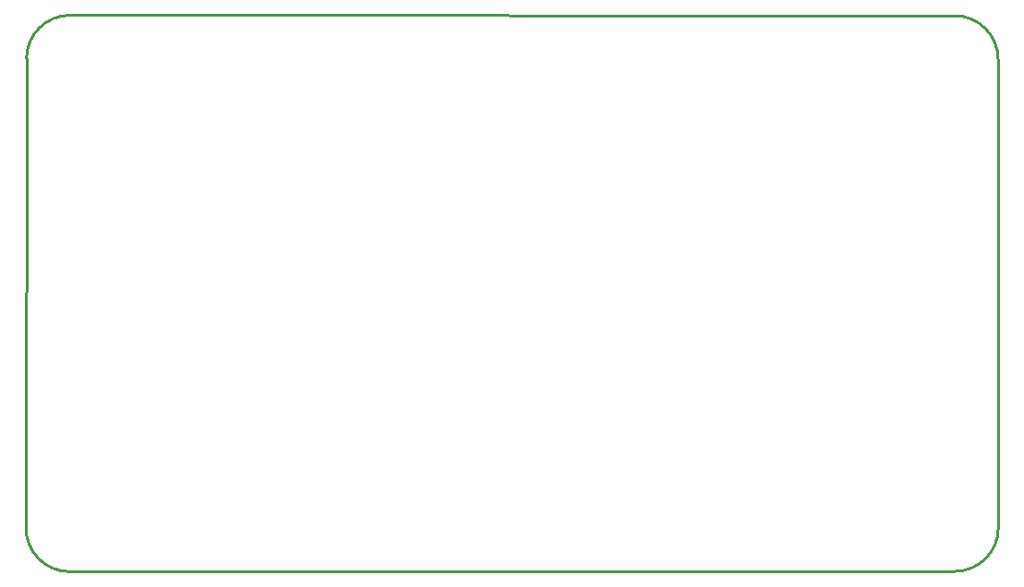
<source format=gko>
G04 Layer: BoardOutline*
G04 EasyEDA v6.3.22, 2020-01-31T20:32:51+01:00*
G04 fc9ea699047742759d14d46df9665bc7,1e61c1b39cbf46459d8771e8f21e6a9c,10*
G04 Gerber Generator version 0.2*
G04 Scale: 100 percent, Rotated: No, Reflected: No *
G04 Dimensions in millimeters *
G04 leading zeros omitted , absolute positions ,3 integer and 3 decimal *
%FSLAX33Y33*%
%MOMM*%
G90*
G71D02*

%ADD10C,0.254000*%
G54D10*
G01X0Y3899D02*
G01X59Y47099D01*
G01X3959Y51059D02*
G01X85139Y50999D01*
G01X89099Y47039D02*
G01X89099Y4019D01*
G01X85079Y0D02*
G01X3959Y0D01*
G75*
G01X85080Y51000D02*
G02X89080Y47000I0J-4000D01*
G01*
G75*
G01X89100Y4020D02*
G02X85100Y20I-4000J0D01*
G01*
G75*
G01X4020Y0D02*
G02X20Y4000I0J4000D01*
G01*
G75*
G01X60Y47040D02*
G02X4060Y51040I4000J0D01*
G01*

%LPD*%
M00*
M02*

</source>
